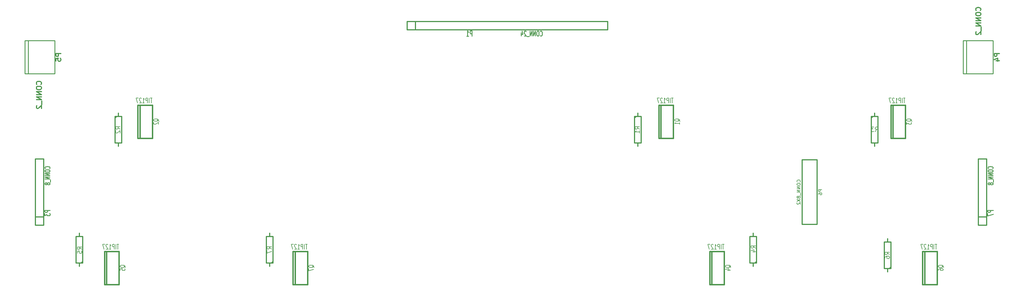
<source format=gbo>
G04 (created by PCBNEW (2013-07-07 BZR 4022)-stable) date 12/25/2014 10:33:01 AM*
%MOIN*%
G04 Gerber Fmt 3.4, Leading zero omitted, Abs format*
%FSLAX34Y34*%
G01*
G70*
G90*
G04 APERTURE LIST*
%ADD10C,0.00590551*%
%ADD11C,0.012*%
%ADD12C,0.01*%
%ADD13C,0.015*%
%ADD14C,0.0107*%
%ADD15C,0.008*%
G04 APERTURE END LIST*
G54D10*
G54D11*
X26444Y-51094D02*
X26444Y-43094D01*
X26444Y-43094D02*
X25444Y-43094D01*
X25444Y-43094D02*
X25444Y-51094D01*
X25444Y-51094D02*
X26444Y-51094D01*
X25444Y-50094D02*
X26444Y-50094D01*
X70238Y-26498D02*
X70238Y-27498D01*
X70238Y-27498D02*
X94379Y-27498D01*
X94411Y-27498D02*
X94411Y-26498D01*
X94379Y-26498D02*
X70238Y-26498D01*
X71238Y-27498D02*
X71238Y-26498D01*
X98031Y-37566D02*
X98031Y-37966D01*
X98031Y-37966D02*
X97631Y-37966D01*
X97631Y-37966D02*
X97631Y-41166D01*
X97631Y-41166D02*
X98431Y-41166D01*
X98431Y-41166D02*
X98431Y-37966D01*
X98431Y-37966D02*
X98031Y-37966D01*
X97831Y-37966D02*
X97631Y-38166D01*
X98031Y-41566D02*
X98031Y-41166D01*
X35433Y-37566D02*
X35433Y-37966D01*
X35433Y-37966D02*
X35033Y-37966D01*
X35033Y-37966D02*
X35033Y-41166D01*
X35033Y-41166D02*
X35833Y-41166D01*
X35833Y-41166D02*
X35833Y-37966D01*
X35833Y-37966D02*
X35433Y-37966D01*
X35233Y-37966D02*
X35033Y-38166D01*
X35433Y-41566D02*
X35433Y-41166D01*
X126574Y-37566D02*
X126574Y-37966D01*
X126574Y-37966D02*
X126174Y-37966D01*
X126174Y-37966D02*
X126174Y-41166D01*
X126174Y-41166D02*
X126974Y-41166D01*
X126974Y-41166D02*
X126974Y-37966D01*
X126974Y-37966D02*
X126574Y-37966D01*
X126374Y-37966D02*
X126174Y-38166D01*
X126574Y-41566D02*
X126574Y-41166D01*
X111948Y-56059D02*
X111948Y-55659D01*
X111948Y-55659D02*
X112348Y-55659D01*
X112348Y-55659D02*
X112348Y-52459D01*
X112348Y-52459D02*
X111548Y-52459D01*
X111548Y-52459D02*
X111548Y-55659D01*
X111548Y-55659D02*
X111948Y-55659D01*
X112148Y-55659D02*
X112348Y-55459D01*
X111948Y-52059D02*
X111948Y-52459D01*
X30751Y-56059D02*
X30751Y-55659D01*
X30751Y-55659D02*
X31151Y-55659D01*
X31151Y-55659D02*
X31151Y-52459D01*
X31151Y-52459D02*
X30351Y-52459D01*
X30351Y-52459D02*
X30351Y-55659D01*
X30351Y-55659D02*
X30751Y-55659D01*
X30951Y-55659D02*
X31151Y-55459D01*
X30751Y-52059D02*
X30751Y-52459D01*
X128149Y-56724D02*
X128149Y-56324D01*
X128149Y-56324D02*
X128549Y-56324D01*
X128549Y-56324D02*
X128549Y-53124D01*
X128549Y-53124D02*
X127749Y-53124D01*
X127749Y-53124D02*
X127749Y-56324D01*
X127749Y-56324D02*
X128149Y-56324D01*
X128349Y-56324D02*
X128549Y-56124D01*
X128149Y-52724D02*
X128149Y-53124D01*
X53681Y-56059D02*
X53681Y-55659D01*
X53681Y-55659D02*
X54081Y-55659D01*
X54081Y-55659D02*
X54081Y-52459D01*
X54081Y-52459D02*
X53281Y-52459D01*
X53281Y-52459D02*
X53281Y-55659D01*
X53281Y-55659D02*
X53681Y-55659D01*
X53881Y-55659D02*
X54081Y-55459D01*
X53681Y-52059D02*
X53681Y-52459D01*
X140086Y-51094D02*
X140086Y-43094D01*
X140086Y-43094D02*
X139086Y-43094D01*
X139086Y-43094D02*
X139086Y-51094D01*
X139086Y-51094D02*
X140086Y-51094D01*
X139086Y-50094D02*
X140086Y-50094D01*
X117851Y-50998D02*
X119651Y-50998D01*
X119651Y-50998D02*
X119651Y-43198D01*
X119651Y-43198D02*
X117851Y-43198D01*
X117851Y-43198D02*
X117851Y-50998D01*
G54D12*
X140555Y-28807D02*
X140855Y-28807D01*
X140855Y-28807D02*
X140855Y-32807D01*
X140855Y-32807D02*
X140555Y-32807D01*
X137255Y-28807D02*
X137255Y-32807D01*
X137255Y-32807D02*
X137655Y-32807D01*
X137655Y-32807D02*
X137655Y-28807D01*
X137655Y-28807D02*
X137255Y-28807D01*
X137555Y-28807D02*
X140555Y-28807D01*
X140555Y-32807D02*
X137555Y-32807D01*
X27464Y-28807D02*
X27764Y-28807D01*
X27764Y-28807D02*
X27764Y-32807D01*
X27764Y-32807D02*
X27464Y-32807D01*
X24164Y-28807D02*
X24164Y-32807D01*
X24164Y-32807D02*
X24564Y-32807D01*
X24564Y-32807D02*
X24564Y-28807D01*
X24564Y-28807D02*
X24164Y-28807D01*
X24464Y-28807D02*
X27464Y-28807D01*
X27464Y-32807D02*
X24464Y-32807D01*
G54D13*
X100824Y-36582D02*
X100574Y-36582D01*
X100574Y-36582D02*
X100574Y-40582D01*
X100574Y-40582D02*
X100824Y-40582D01*
X102324Y-36582D02*
X100824Y-36582D01*
X100824Y-36582D02*
X100824Y-40582D01*
X100824Y-40582D02*
X102324Y-40582D01*
X102324Y-40582D02*
X102324Y-36582D01*
X128777Y-36582D02*
X128527Y-36582D01*
X128527Y-36582D02*
X128527Y-40582D01*
X128527Y-40582D02*
X128777Y-40582D01*
X130277Y-36582D02*
X128777Y-36582D01*
X128777Y-36582D02*
X128777Y-40582D01*
X128777Y-40582D02*
X130277Y-40582D01*
X130277Y-40582D02*
X130277Y-36582D01*
X38029Y-36582D02*
X37779Y-36582D01*
X37779Y-36582D02*
X37779Y-40582D01*
X37779Y-40582D02*
X38029Y-40582D01*
X39529Y-36582D02*
X38029Y-36582D01*
X38029Y-36582D02*
X38029Y-40582D01*
X38029Y-40582D02*
X39529Y-40582D01*
X39529Y-40582D02*
X39529Y-36582D01*
X106949Y-54244D02*
X106699Y-54244D01*
X106699Y-54244D02*
X106699Y-58244D01*
X106699Y-58244D02*
X106949Y-58244D01*
X108449Y-54244D02*
X106949Y-54244D01*
X106949Y-54244D02*
X106949Y-58244D01*
X106949Y-58244D02*
X108449Y-58244D01*
X108449Y-58244D02*
X108449Y-54244D01*
X34009Y-54244D02*
X33759Y-54244D01*
X33759Y-54244D02*
X33759Y-58244D01*
X33759Y-58244D02*
X34009Y-58244D01*
X35509Y-54244D02*
X34009Y-54244D01*
X34009Y-54244D02*
X34009Y-58244D01*
X34009Y-58244D02*
X35509Y-58244D01*
X35509Y-58244D02*
X35509Y-54244D01*
X132600Y-54244D02*
X132350Y-54244D01*
X132350Y-54244D02*
X132350Y-58244D01*
X132350Y-58244D02*
X132600Y-58244D01*
X134100Y-54244D02*
X132600Y-54244D01*
X132600Y-54244D02*
X132600Y-58244D01*
X132600Y-58244D02*
X134100Y-58244D01*
X134100Y-58244D02*
X134100Y-54244D01*
X56730Y-54244D02*
X56480Y-54244D01*
X56480Y-54244D02*
X56480Y-58244D01*
X56480Y-58244D02*
X56730Y-58244D01*
X58230Y-54244D02*
X56730Y-54244D01*
X56730Y-54244D02*
X56730Y-58244D01*
X56730Y-58244D02*
X58230Y-58244D01*
X58230Y-58244D02*
X58230Y-54244D01*
G54D14*
X27220Y-49278D02*
X26539Y-49278D01*
X26539Y-49441D01*
X26571Y-49482D01*
X26604Y-49502D01*
X26669Y-49523D01*
X26766Y-49523D01*
X26831Y-49502D01*
X26863Y-49482D01*
X26896Y-49441D01*
X26896Y-49278D01*
X26539Y-49665D02*
X26539Y-49930D01*
X26798Y-49788D01*
X26798Y-49849D01*
X26831Y-49890D01*
X26863Y-49910D01*
X26928Y-49930D01*
X27090Y-49930D01*
X27155Y-49910D01*
X27188Y-49890D01*
X27220Y-49849D01*
X27220Y-49726D01*
X27188Y-49686D01*
X27155Y-49665D01*
G54D11*
G54D12*
X27130Y-44246D02*
X27159Y-44227D01*
X27187Y-44170D01*
X27187Y-44132D01*
X27159Y-44075D01*
X27102Y-44037D01*
X27044Y-44018D01*
X26930Y-43999D01*
X26844Y-43999D01*
X26730Y-44018D01*
X26673Y-44037D01*
X26616Y-44075D01*
X26587Y-44132D01*
X26587Y-44170D01*
X26616Y-44227D01*
X26644Y-44246D01*
X26587Y-44494D02*
X26587Y-44570D01*
X26616Y-44608D01*
X26673Y-44646D01*
X26787Y-44665D01*
X26987Y-44665D01*
X27102Y-44646D01*
X27159Y-44608D01*
X27187Y-44570D01*
X27187Y-44494D01*
X27159Y-44456D01*
X27102Y-44418D01*
X26987Y-44399D01*
X26787Y-44399D01*
X26673Y-44418D01*
X26616Y-44456D01*
X26587Y-44494D01*
X27187Y-44837D02*
X26587Y-44837D01*
X27187Y-45065D01*
X26587Y-45065D01*
X27187Y-45256D02*
X26587Y-45256D01*
X27187Y-45484D01*
X26587Y-45484D01*
X27244Y-45580D02*
X27244Y-45884D01*
X26844Y-46037D02*
X26816Y-45999D01*
X26787Y-45980D01*
X26730Y-45961D01*
X26702Y-45961D01*
X26644Y-45980D01*
X26616Y-45999D01*
X26587Y-46037D01*
X26587Y-46113D01*
X26616Y-46151D01*
X26644Y-46170D01*
X26702Y-46189D01*
X26730Y-46189D01*
X26787Y-46170D01*
X26816Y-46151D01*
X26844Y-46113D01*
X26844Y-46037D01*
X26873Y-45999D01*
X26902Y-45980D01*
X26959Y-45961D01*
X27073Y-45961D01*
X27130Y-45980D01*
X27159Y-45999D01*
X27187Y-46037D01*
X27187Y-46113D01*
X27159Y-46151D01*
X27130Y-46170D01*
X27073Y-46189D01*
X26959Y-46189D01*
X26902Y-46170D01*
X26873Y-46151D01*
X26844Y-46113D01*
G54D11*
G54D14*
X78054Y-28273D02*
X78054Y-27592D01*
X77891Y-27592D01*
X77850Y-27625D01*
X77829Y-27657D01*
X77809Y-27722D01*
X77809Y-27819D01*
X77829Y-27884D01*
X77850Y-27916D01*
X77891Y-27949D01*
X78054Y-27949D01*
X77401Y-28273D02*
X77646Y-28273D01*
X77524Y-28273D02*
X77524Y-27592D01*
X77564Y-27689D01*
X77605Y-27754D01*
X77646Y-27787D01*
G54D12*
X86276Y-28183D02*
X86295Y-28212D01*
X86352Y-28240D01*
X86390Y-28240D01*
X86447Y-28212D01*
X86485Y-28155D01*
X86504Y-28098D01*
X86523Y-27983D01*
X86523Y-27898D01*
X86504Y-27783D01*
X86485Y-27726D01*
X86447Y-27669D01*
X86390Y-27640D01*
X86352Y-27640D01*
X86295Y-27669D01*
X86276Y-27698D01*
X86028Y-27640D02*
X85952Y-27640D01*
X85914Y-27669D01*
X85876Y-27726D01*
X85857Y-27840D01*
X85857Y-28040D01*
X85876Y-28155D01*
X85914Y-28212D01*
X85952Y-28240D01*
X86028Y-28240D01*
X86066Y-28212D01*
X86104Y-28155D01*
X86123Y-28040D01*
X86123Y-27840D01*
X86104Y-27726D01*
X86066Y-27669D01*
X86028Y-27640D01*
X85685Y-28240D02*
X85685Y-27640D01*
X85457Y-28240D01*
X85457Y-27640D01*
X85266Y-28240D02*
X85266Y-27640D01*
X85038Y-28240D01*
X85038Y-27640D01*
X84942Y-28298D02*
X84638Y-28298D01*
X84561Y-27698D02*
X84542Y-27669D01*
X84504Y-27640D01*
X84409Y-27640D01*
X84371Y-27669D01*
X84352Y-27698D01*
X84333Y-27755D01*
X84333Y-27812D01*
X84352Y-27898D01*
X84581Y-28240D01*
X84333Y-28240D01*
X83990Y-27840D02*
X83990Y-28240D01*
X84085Y-27612D02*
X84181Y-28040D01*
X83933Y-28040D01*
G54D11*
G54D15*
X98254Y-39483D02*
X97992Y-39316D01*
X98254Y-39197D02*
X97704Y-39197D01*
X97704Y-39388D01*
X97730Y-39435D01*
X97756Y-39459D01*
X97808Y-39483D01*
X97887Y-39483D01*
X97939Y-39459D01*
X97966Y-39435D01*
X97992Y-39388D01*
X97992Y-39197D01*
X98254Y-39959D02*
X98254Y-39674D01*
X98254Y-39816D02*
X97704Y-39816D01*
X97782Y-39769D01*
X97835Y-39721D01*
X97861Y-39674D01*
X35655Y-39483D02*
X35393Y-39316D01*
X35655Y-39197D02*
X35105Y-39197D01*
X35105Y-39388D01*
X35131Y-39435D01*
X35158Y-39459D01*
X35210Y-39483D01*
X35289Y-39483D01*
X35341Y-39459D01*
X35367Y-39435D01*
X35393Y-39388D01*
X35393Y-39197D01*
X35158Y-39674D02*
X35131Y-39697D01*
X35105Y-39745D01*
X35105Y-39864D01*
X35131Y-39912D01*
X35158Y-39935D01*
X35210Y-39959D01*
X35262Y-39959D01*
X35341Y-39935D01*
X35655Y-39650D01*
X35655Y-39959D01*
X126658Y-39789D02*
X126824Y-39527D01*
X126943Y-39789D02*
X126943Y-39239D01*
X126753Y-39239D01*
X126705Y-39265D01*
X126681Y-39291D01*
X126658Y-39344D01*
X126658Y-39422D01*
X126681Y-39475D01*
X126705Y-39501D01*
X126753Y-39527D01*
X126943Y-39527D01*
X126491Y-39239D02*
X126181Y-39239D01*
X126348Y-39449D01*
X126277Y-39449D01*
X126229Y-39475D01*
X126205Y-39501D01*
X126181Y-39553D01*
X126181Y-39684D01*
X126205Y-39737D01*
X126229Y-39763D01*
X126277Y-39789D01*
X126420Y-39789D01*
X126467Y-39763D01*
X126491Y-39737D01*
X112238Y-53865D02*
X111976Y-53698D01*
X112238Y-53579D02*
X111688Y-53579D01*
X111688Y-53770D01*
X111714Y-53817D01*
X111740Y-53841D01*
X111793Y-53865D01*
X111871Y-53865D01*
X111924Y-53841D01*
X111950Y-53817D01*
X111976Y-53770D01*
X111976Y-53579D01*
X111871Y-54294D02*
X112238Y-54294D01*
X111662Y-54175D02*
X112055Y-54055D01*
X112055Y-54365D01*
X31043Y-54005D02*
X30781Y-53838D01*
X31043Y-53719D02*
X30493Y-53719D01*
X30493Y-53910D01*
X30519Y-53957D01*
X30545Y-53981D01*
X30598Y-54005D01*
X30676Y-54005D01*
X30729Y-53981D01*
X30755Y-53957D01*
X30781Y-53910D01*
X30781Y-53719D01*
X30493Y-54457D02*
X30493Y-54219D01*
X30755Y-54195D01*
X30729Y-54219D01*
X30703Y-54267D01*
X30703Y-54386D01*
X30729Y-54433D01*
X30755Y-54457D01*
X30807Y-54481D01*
X30938Y-54481D01*
X30991Y-54457D01*
X31017Y-54433D01*
X31043Y-54386D01*
X31043Y-54267D01*
X31017Y-54219D01*
X30991Y-54195D01*
X128372Y-54641D02*
X128110Y-54474D01*
X128372Y-54355D02*
X127822Y-54355D01*
X127822Y-54545D01*
X127848Y-54593D01*
X127874Y-54617D01*
X127926Y-54641D01*
X128005Y-54641D01*
X128057Y-54617D01*
X128084Y-54593D01*
X128110Y-54545D01*
X128110Y-54355D01*
X127822Y-55069D02*
X127822Y-54974D01*
X127848Y-54926D01*
X127874Y-54902D01*
X127953Y-54855D01*
X128057Y-54831D01*
X128267Y-54831D01*
X128319Y-54855D01*
X128346Y-54879D01*
X128372Y-54926D01*
X128372Y-55022D01*
X128346Y-55069D01*
X128319Y-55093D01*
X128267Y-55117D01*
X128136Y-55117D01*
X128084Y-55093D01*
X128057Y-55069D01*
X128031Y-55022D01*
X128031Y-54926D01*
X128057Y-54879D01*
X128084Y-54855D01*
X128136Y-54831D01*
X53903Y-53975D02*
X53641Y-53809D01*
X53903Y-53690D02*
X53353Y-53690D01*
X53353Y-53880D01*
X53379Y-53928D01*
X53406Y-53951D01*
X53458Y-53975D01*
X53537Y-53975D01*
X53589Y-53951D01*
X53615Y-53928D01*
X53641Y-53880D01*
X53641Y-53690D01*
X53353Y-54142D02*
X53353Y-54475D01*
X53903Y-54261D01*
G54D14*
X140862Y-49278D02*
X140181Y-49278D01*
X140181Y-49441D01*
X140213Y-49482D01*
X140246Y-49502D01*
X140310Y-49523D01*
X140408Y-49523D01*
X140473Y-49502D01*
X140505Y-49482D01*
X140537Y-49441D01*
X140537Y-49278D01*
X140181Y-49665D02*
X140181Y-49951D01*
X140862Y-49767D01*
G54D11*
G54D12*
X140772Y-44246D02*
X140800Y-44227D01*
X140829Y-44170D01*
X140829Y-44132D01*
X140800Y-44075D01*
X140743Y-44037D01*
X140686Y-44018D01*
X140572Y-43999D01*
X140486Y-43999D01*
X140372Y-44018D01*
X140315Y-44037D01*
X140258Y-44075D01*
X140229Y-44132D01*
X140229Y-44170D01*
X140258Y-44227D01*
X140286Y-44246D01*
X140229Y-44494D02*
X140229Y-44570D01*
X140258Y-44608D01*
X140315Y-44646D01*
X140429Y-44665D01*
X140629Y-44665D01*
X140743Y-44646D01*
X140800Y-44608D01*
X140829Y-44570D01*
X140829Y-44494D01*
X140800Y-44456D01*
X140743Y-44418D01*
X140629Y-44399D01*
X140429Y-44399D01*
X140315Y-44418D01*
X140258Y-44456D01*
X140229Y-44494D01*
X140829Y-44837D02*
X140229Y-44837D01*
X140829Y-45065D01*
X140229Y-45065D01*
X140829Y-45256D02*
X140229Y-45256D01*
X140829Y-45484D01*
X140229Y-45484D01*
X140886Y-45580D02*
X140886Y-45884D01*
X140486Y-46037D02*
X140458Y-45999D01*
X140429Y-45980D01*
X140372Y-45961D01*
X140343Y-45961D01*
X140286Y-45980D01*
X140258Y-45999D01*
X140229Y-46037D01*
X140229Y-46113D01*
X140258Y-46151D01*
X140286Y-46170D01*
X140343Y-46189D01*
X140372Y-46189D01*
X140429Y-46170D01*
X140458Y-46151D01*
X140486Y-46113D01*
X140486Y-46037D01*
X140515Y-45999D01*
X140543Y-45980D01*
X140600Y-45961D01*
X140715Y-45961D01*
X140772Y-45980D01*
X140800Y-45999D01*
X140829Y-46037D01*
X140829Y-46113D01*
X140800Y-46151D01*
X140772Y-46170D01*
X140715Y-46189D01*
X140600Y-46189D01*
X140543Y-46170D01*
X140515Y-46151D01*
X140486Y-46113D01*
G54D11*
G54D15*
X120213Y-46803D02*
X119813Y-46803D01*
X119813Y-46955D01*
X119832Y-46993D01*
X119851Y-47012D01*
X119890Y-47031D01*
X119947Y-47031D01*
X119985Y-47012D01*
X120004Y-46993D01*
X120023Y-46955D01*
X120023Y-46803D01*
X119813Y-47374D02*
X119813Y-47298D01*
X119832Y-47260D01*
X119851Y-47241D01*
X119909Y-47203D01*
X119985Y-47184D01*
X120137Y-47184D01*
X120175Y-47203D01*
X120194Y-47222D01*
X120213Y-47260D01*
X120213Y-47336D01*
X120194Y-47374D01*
X120175Y-47393D01*
X120137Y-47412D01*
X120042Y-47412D01*
X120004Y-47393D01*
X119985Y-47374D01*
X119966Y-47336D01*
X119966Y-47260D01*
X119985Y-47222D01*
X120004Y-47203D01*
X120042Y-47184D01*
X117575Y-45869D02*
X117594Y-45850D01*
X117613Y-45793D01*
X117613Y-45755D01*
X117594Y-45698D01*
X117556Y-45660D01*
X117518Y-45641D01*
X117442Y-45622D01*
X117385Y-45622D01*
X117309Y-45641D01*
X117271Y-45660D01*
X117232Y-45698D01*
X117213Y-45755D01*
X117213Y-45793D01*
X117232Y-45850D01*
X117251Y-45869D01*
X117213Y-46117D02*
X117213Y-46193D01*
X117232Y-46231D01*
X117271Y-46269D01*
X117347Y-46288D01*
X117480Y-46288D01*
X117556Y-46269D01*
X117594Y-46231D01*
X117613Y-46193D01*
X117613Y-46117D01*
X117594Y-46079D01*
X117556Y-46041D01*
X117480Y-46022D01*
X117347Y-46022D01*
X117271Y-46041D01*
X117232Y-46079D01*
X117213Y-46117D01*
X117613Y-46460D02*
X117213Y-46460D01*
X117613Y-46688D01*
X117213Y-46688D01*
X117613Y-46879D02*
X117213Y-46879D01*
X117613Y-47107D01*
X117213Y-47107D01*
X117651Y-47203D02*
X117651Y-47507D01*
X117385Y-47660D02*
X117366Y-47622D01*
X117347Y-47603D01*
X117309Y-47584D01*
X117290Y-47584D01*
X117251Y-47603D01*
X117232Y-47622D01*
X117213Y-47660D01*
X117213Y-47736D01*
X117232Y-47774D01*
X117251Y-47793D01*
X117290Y-47812D01*
X117309Y-47812D01*
X117347Y-47793D01*
X117366Y-47774D01*
X117385Y-47736D01*
X117385Y-47660D01*
X117404Y-47622D01*
X117423Y-47603D01*
X117461Y-47584D01*
X117537Y-47584D01*
X117575Y-47603D01*
X117594Y-47622D01*
X117613Y-47660D01*
X117613Y-47736D01*
X117594Y-47774D01*
X117575Y-47793D01*
X117537Y-47812D01*
X117461Y-47812D01*
X117423Y-47793D01*
X117404Y-47774D01*
X117385Y-47736D01*
X117213Y-47946D02*
X117613Y-48212D01*
X117213Y-48212D02*
X117613Y-47946D01*
X117251Y-48346D02*
X117232Y-48365D01*
X117213Y-48403D01*
X117213Y-48498D01*
X117232Y-48536D01*
X117251Y-48555D01*
X117290Y-48574D01*
X117328Y-48574D01*
X117385Y-48555D01*
X117613Y-48326D01*
X117613Y-48574D01*
G54D11*
X141597Y-30364D02*
X140997Y-30364D01*
X140997Y-30592D01*
X141026Y-30649D01*
X141055Y-30678D01*
X141112Y-30707D01*
X141197Y-30707D01*
X141255Y-30678D01*
X141283Y-30649D01*
X141312Y-30592D01*
X141312Y-30364D01*
X141197Y-31221D02*
X141597Y-31221D01*
X140969Y-31078D02*
X141397Y-30935D01*
X141397Y-31307D01*
X139303Y-25157D02*
X139332Y-25129D01*
X139360Y-25043D01*
X139360Y-24986D01*
X139332Y-24900D01*
X139275Y-24843D01*
X139218Y-24814D01*
X139103Y-24786D01*
X139018Y-24786D01*
X138903Y-24814D01*
X138846Y-24843D01*
X138789Y-24900D01*
X138760Y-24986D01*
X138760Y-25043D01*
X138789Y-25129D01*
X138818Y-25157D01*
X138760Y-25529D02*
X138760Y-25643D01*
X138789Y-25700D01*
X138846Y-25757D01*
X138960Y-25786D01*
X139160Y-25786D01*
X139275Y-25757D01*
X139332Y-25700D01*
X139360Y-25643D01*
X139360Y-25529D01*
X139332Y-25471D01*
X139275Y-25414D01*
X139160Y-25386D01*
X138960Y-25386D01*
X138846Y-25414D01*
X138789Y-25471D01*
X138760Y-25529D01*
X139360Y-26043D02*
X138760Y-26043D01*
X139360Y-26386D01*
X138760Y-26386D01*
X139360Y-26671D02*
X138760Y-26671D01*
X139360Y-27014D01*
X138760Y-27014D01*
X139418Y-27157D02*
X139418Y-27614D01*
X138818Y-27729D02*
X138789Y-27757D01*
X138760Y-27814D01*
X138760Y-27957D01*
X138789Y-28014D01*
X138818Y-28043D01*
X138875Y-28071D01*
X138932Y-28071D01*
X139018Y-28043D01*
X139360Y-27700D01*
X139360Y-28071D01*
X28507Y-30364D02*
X27907Y-30364D01*
X27907Y-30592D01*
X27935Y-30649D01*
X27964Y-30678D01*
X28021Y-30707D01*
X28107Y-30707D01*
X28164Y-30678D01*
X28193Y-30649D01*
X28221Y-30592D01*
X28221Y-30364D01*
X27907Y-31249D02*
X27907Y-30964D01*
X28193Y-30935D01*
X28164Y-30964D01*
X28135Y-31021D01*
X28135Y-31164D01*
X28164Y-31221D01*
X28193Y-31249D01*
X28250Y-31278D01*
X28393Y-31278D01*
X28450Y-31249D01*
X28478Y-31221D01*
X28507Y-31164D01*
X28507Y-31021D01*
X28478Y-30964D01*
X28450Y-30935D01*
X26103Y-34082D02*
X26131Y-34054D01*
X26160Y-33968D01*
X26160Y-33911D01*
X26131Y-33825D01*
X26074Y-33768D01*
X26017Y-33740D01*
X25903Y-33711D01*
X25817Y-33711D01*
X25703Y-33740D01*
X25645Y-33768D01*
X25588Y-33825D01*
X25560Y-33911D01*
X25560Y-33968D01*
X25588Y-34054D01*
X25617Y-34082D01*
X25560Y-34454D02*
X25560Y-34568D01*
X25588Y-34625D01*
X25645Y-34682D01*
X25760Y-34711D01*
X25960Y-34711D01*
X26074Y-34682D01*
X26131Y-34625D01*
X26160Y-34568D01*
X26160Y-34454D01*
X26131Y-34397D01*
X26074Y-34340D01*
X25960Y-34311D01*
X25760Y-34311D01*
X25645Y-34340D01*
X25588Y-34397D01*
X25560Y-34454D01*
X26160Y-34968D02*
X25560Y-34968D01*
X26160Y-35311D01*
X25560Y-35311D01*
X26160Y-35597D02*
X25560Y-35597D01*
X26160Y-35940D01*
X25560Y-35940D01*
X26217Y-36082D02*
X26217Y-36540D01*
X25617Y-36654D02*
X25588Y-36682D01*
X25560Y-36740D01*
X25560Y-36882D01*
X25588Y-36940D01*
X25617Y-36968D01*
X25674Y-36997D01*
X25731Y-36997D01*
X25817Y-36968D01*
X26160Y-36625D01*
X26160Y-36997D01*
G54D15*
X103124Y-38544D02*
X103096Y-38506D01*
X103039Y-38468D01*
X102953Y-38411D01*
X102924Y-38373D01*
X102924Y-38335D01*
X103067Y-38354D02*
X103039Y-38316D01*
X102981Y-38277D01*
X102867Y-38258D01*
X102667Y-38258D01*
X102553Y-38277D01*
X102496Y-38316D01*
X102467Y-38354D01*
X102467Y-38430D01*
X102496Y-38468D01*
X102553Y-38506D01*
X102667Y-38525D01*
X102867Y-38525D01*
X102981Y-38506D01*
X103039Y-38468D01*
X103067Y-38430D01*
X103067Y-38354D01*
X103067Y-38906D02*
X103067Y-38677D01*
X103067Y-38792D02*
X102467Y-38792D01*
X102553Y-38754D01*
X102610Y-38716D01*
X102639Y-38677D01*
X102305Y-35725D02*
X102077Y-35725D01*
X102191Y-36325D02*
X102191Y-35725D01*
X101943Y-36325D02*
X101943Y-35725D01*
X101753Y-36325D02*
X101753Y-35725D01*
X101600Y-35725D01*
X101562Y-35754D01*
X101543Y-35782D01*
X101524Y-35839D01*
X101524Y-35925D01*
X101543Y-35982D01*
X101562Y-36011D01*
X101600Y-36039D01*
X101753Y-36039D01*
X101143Y-36325D02*
X101372Y-36325D01*
X101258Y-36325D02*
X101258Y-35725D01*
X101296Y-35811D01*
X101334Y-35868D01*
X101372Y-35896D01*
X100991Y-35782D02*
X100972Y-35754D01*
X100934Y-35725D01*
X100839Y-35725D01*
X100800Y-35754D01*
X100781Y-35782D01*
X100762Y-35839D01*
X100762Y-35896D01*
X100781Y-35982D01*
X101010Y-36325D01*
X100762Y-36325D01*
X100629Y-35725D02*
X100362Y-35725D01*
X100534Y-36325D01*
X131077Y-38544D02*
X131048Y-38506D01*
X130991Y-38468D01*
X130906Y-38411D01*
X130877Y-38373D01*
X130877Y-38335D01*
X131020Y-38354D02*
X130991Y-38316D01*
X130934Y-38277D01*
X130820Y-38258D01*
X130620Y-38258D01*
X130506Y-38277D01*
X130448Y-38316D01*
X130420Y-38354D01*
X130420Y-38430D01*
X130448Y-38468D01*
X130506Y-38506D01*
X130620Y-38525D01*
X130820Y-38525D01*
X130934Y-38506D01*
X130991Y-38468D01*
X131020Y-38430D01*
X131020Y-38354D01*
X130420Y-38658D02*
X130420Y-38906D01*
X130648Y-38773D01*
X130648Y-38830D01*
X130677Y-38868D01*
X130706Y-38887D01*
X130763Y-38906D01*
X130906Y-38906D01*
X130963Y-38887D01*
X130991Y-38868D01*
X131020Y-38830D01*
X131020Y-38716D01*
X130991Y-38677D01*
X130963Y-38658D01*
X130258Y-35725D02*
X130029Y-35725D01*
X130144Y-36325D02*
X130144Y-35725D01*
X129896Y-36325D02*
X129896Y-35725D01*
X129706Y-36325D02*
X129706Y-35725D01*
X129553Y-35725D01*
X129515Y-35754D01*
X129496Y-35782D01*
X129477Y-35839D01*
X129477Y-35925D01*
X129496Y-35982D01*
X129515Y-36011D01*
X129553Y-36039D01*
X129706Y-36039D01*
X129096Y-36325D02*
X129325Y-36325D01*
X129210Y-36325D02*
X129210Y-35725D01*
X129248Y-35811D01*
X129287Y-35868D01*
X129325Y-35896D01*
X128944Y-35782D02*
X128925Y-35754D01*
X128887Y-35725D01*
X128791Y-35725D01*
X128753Y-35754D01*
X128734Y-35782D01*
X128715Y-35839D01*
X128715Y-35896D01*
X128734Y-35982D01*
X128963Y-36325D01*
X128715Y-36325D01*
X128582Y-35725D02*
X128315Y-35725D01*
X128487Y-36325D01*
X40329Y-38544D02*
X40300Y-38506D01*
X40243Y-38468D01*
X40158Y-38411D01*
X40129Y-38373D01*
X40129Y-38335D01*
X40272Y-38354D02*
X40243Y-38316D01*
X40186Y-38277D01*
X40072Y-38258D01*
X39872Y-38258D01*
X39758Y-38277D01*
X39700Y-38316D01*
X39672Y-38354D01*
X39672Y-38430D01*
X39700Y-38468D01*
X39758Y-38506D01*
X39872Y-38525D01*
X40072Y-38525D01*
X40186Y-38506D01*
X40243Y-38468D01*
X40272Y-38430D01*
X40272Y-38354D01*
X39729Y-38677D02*
X39700Y-38696D01*
X39672Y-38735D01*
X39672Y-38830D01*
X39700Y-38868D01*
X39729Y-38887D01*
X39786Y-38906D01*
X39843Y-38906D01*
X39929Y-38887D01*
X40272Y-38658D01*
X40272Y-38906D01*
X39510Y-35725D02*
X39281Y-35725D01*
X39396Y-36325D02*
X39396Y-35725D01*
X39148Y-36325D02*
X39148Y-35725D01*
X38958Y-36325D02*
X38958Y-35725D01*
X38805Y-35725D01*
X38767Y-35754D01*
X38748Y-35782D01*
X38729Y-35839D01*
X38729Y-35925D01*
X38748Y-35982D01*
X38767Y-36011D01*
X38805Y-36039D01*
X38958Y-36039D01*
X38348Y-36325D02*
X38577Y-36325D01*
X38462Y-36325D02*
X38462Y-35725D01*
X38500Y-35811D01*
X38539Y-35868D01*
X38577Y-35896D01*
X38196Y-35782D02*
X38177Y-35754D01*
X38139Y-35725D01*
X38043Y-35725D01*
X38005Y-35754D01*
X37986Y-35782D01*
X37967Y-35839D01*
X37967Y-35896D01*
X37986Y-35982D01*
X38215Y-36325D01*
X37967Y-36325D01*
X37834Y-35725D02*
X37567Y-35725D01*
X37739Y-36325D01*
X109249Y-56205D02*
X109220Y-56167D01*
X109163Y-56129D01*
X109077Y-56072D01*
X109049Y-56034D01*
X109049Y-55996D01*
X109192Y-56015D02*
X109163Y-55977D01*
X109106Y-55939D01*
X108992Y-55920D01*
X108792Y-55920D01*
X108677Y-55939D01*
X108620Y-55977D01*
X108592Y-56015D01*
X108592Y-56091D01*
X108620Y-56129D01*
X108677Y-56167D01*
X108792Y-56186D01*
X108992Y-56186D01*
X109106Y-56167D01*
X109163Y-56129D01*
X109192Y-56091D01*
X109192Y-56015D01*
X108792Y-56529D02*
X109192Y-56529D01*
X108563Y-56434D02*
X108992Y-56339D01*
X108992Y-56586D01*
X108430Y-53386D02*
X108201Y-53386D01*
X108315Y-53986D02*
X108315Y-53386D01*
X108068Y-53986D02*
X108068Y-53386D01*
X107877Y-53986D02*
X107877Y-53386D01*
X107725Y-53386D01*
X107687Y-53415D01*
X107668Y-53444D01*
X107649Y-53501D01*
X107649Y-53586D01*
X107668Y-53644D01*
X107687Y-53672D01*
X107725Y-53701D01*
X107877Y-53701D01*
X107268Y-53986D02*
X107496Y-53986D01*
X107382Y-53986D02*
X107382Y-53386D01*
X107420Y-53472D01*
X107458Y-53529D01*
X107496Y-53558D01*
X107115Y-53444D02*
X107096Y-53415D01*
X107058Y-53386D01*
X106963Y-53386D01*
X106925Y-53415D01*
X106906Y-53444D01*
X106887Y-53501D01*
X106887Y-53558D01*
X106906Y-53644D01*
X107134Y-53986D01*
X106887Y-53986D01*
X106753Y-53386D02*
X106487Y-53386D01*
X106658Y-53986D01*
X36309Y-56205D02*
X36281Y-56167D01*
X36224Y-56129D01*
X36138Y-56072D01*
X36109Y-56034D01*
X36109Y-55996D01*
X36252Y-56015D02*
X36224Y-55977D01*
X36166Y-55939D01*
X36052Y-55920D01*
X35852Y-55920D01*
X35738Y-55939D01*
X35681Y-55977D01*
X35652Y-56015D01*
X35652Y-56091D01*
X35681Y-56129D01*
X35738Y-56167D01*
X35852Y-56186D01*
X36052Y-56186D01*
X36166Y-56167D01*
X36224Y-56129D01*
X36252Y-56091D01*
X36252Y-56015D01*
X35652Y-56548D02*
X35652Y-56358D01*
X35938Y-56339D01*
X35909Y-56358D01*
X35881Y-56396D01*
X35881Y-56491D01*
X35909Y-56529D01*
X35938Y-56548D01*
X35995Y-56567D01*
X36138Y-56567D01*
X36195Y-56548D01*
X36224Y-56529D01*
X36252Y-56491D01*
X36252Y-56396D01*
X36224Y-56358D01*
X36195Y-56339D01*
X35490Y-53386D02*
X35262Y-53386D01*
X35376Y-53986D02*
X35376Y-53386D01*
X35128Y-53986D02*
X35128Y-53386D01*
X34938Y-53986D02*
X34938Y-53386D01*
X34786Y-53386D01*
X34747Y-53415D01*
X34728Y-53444D01*
X34709Y-53501D01*
X34709Y-53586D01*
X34728Y-53644D01*
X34747Y-53672D01*
X34786Y-53701D01*
X34938Y-53701D01*
X34328Y-53986D02*
X34557Y-53986D01*
X34443Y-53986D02*
X34443Y-53386D01*
X34481Y-53472D01*
X34519Y-53529D01*
X34557Y-53558D01*
X34176Y-53444D02*
X34157Y-53415D01*
X34119Y-53386D01*
X34024Y-53386D01*
X33986Y-53415D01*
X33966Y-53444D01*
X33947Y-53501D01*
X33947Y-53558D01*
X33966Y-53644D01*
X34195Y-53986D01*
X33947Y-53986D01*
X33814Y-53386D02*
X33547Y-53386D01*
X33719Y-53986D01*
X134900Y-56205D02*
X134871Y-56167D01*
X134814Y-56129D01*
X134728Y-56072D01*
X134700Y-56034D01*
X134700Y-55996D01*
X134843Y-56015D02*
X134814Y-55977D01*
X134757Y-55939D01*
X134643Y-55920D01*
X134443Y-55920D01*
X134328Y-55939D01*
X134271Y-55977D01*
X134243Y-56015D01*
X134243Y-56091D01*
X134271Y-56129D01*
X134328Y-56167D01*
X134443Y-56186D01*
X134643Y-56186D01*
X134757Y-56167D01*
X134814Y-56129D01*
X134843Y-56091D01*
X134843Y-56015D01*
X134243Y-56529D02*
X134243Y-56453D01*
X134271Y-56415D01*
X134300Y-56396D01*
X134386Y-56358D01*
X134500Y-56339D01*
X134728Y-56339D01*
X134786Y-56358D01*
X134814Y-56377D01*
X134843Y-56415D01*
X134843Y-56491D01*
X134814Y-56529D01*
X134786Y-56548D01*
X134728Y-56567D01*
X134586Y-56567D01*
X134528Y-56548D01*
X134500Y-56529D01*
X134471Y-56491D01*
X134471Y-56415D01*
X134500Y-56377D01*
X134528Y-56358D01*
X134586Y-56339D01*
X134081Y-53386D02*
X133852Y-53386D01*
X133967Y-53986D02*
X133967Y-53386D01*
X133719Y-53986D02*
X133719Y-53386D01*
X133528Y-53986D02*
X133528Y-53386D01*
X133376Y-53386D01*
X133338Y-53415D01*
X133319Y-53444D01*
X133300Y-53501D01*
X133300Y-53586D01*
X133319Y-53644D01*
X133338Y-53672D01*
X133376Y-53701D01*
X133528Y-53701D01*
X132919Y-53986D02*
X133148Y-53986D01*
X133033Y-53986D02*
X133033Y-53386D01*
X133071Y-53472D01*
X133109Y-53529D01*
X133148Y-53558D01*
X132767Y-53444D02*
X132748Y-53415D01*
X132709Y-53386D01*
X132614Y-53386D01*
X132576Y-53415D01*
X132557Y-53444D01*
X132538Y-53501D01*
X132538Y-53558D01*
X132557Y-53644D01*
X132786Y-53986D01*
X132538Y-53986D01*
X132405Y-53386D02*
X132138Y-53386D01*
X132309Y-53986D01*
X59030Y-56205D02*
X59001Y-56167D01*
X58944Y-56129D01*
X58858Y-56072D01*
X58830Y-56034D01*
X58830Y-55996D01*
X58973Y-56015D02*
X58944Y-55977D01*
X58887Y-55939D01*
X58773Y-55920D01*
X58573Y-55920D01*
X58458Y-55939D01*
X58401Y-55977D01*
X58373Y-56015D01*
X58373Y-56091D01*
X58401Y-56129D01*
X58458Y-56167D01*
X58573Y-56186D01*
X58773Y-56186D01*
X58887Y-56167D01*
X58944Y-56129D01*
X58973Y-56091D01*
X58973Y-56015D01*
X58373Y-56320D02*
X58373Y-56586D01*
X58973Y-56415D01*
X58211Y-53386D02*
X57982Y-53386D01*
X58096Y-53986D02*
X58096Y-53386D01*
X57849Y-53986D02*
X57849Y-53386D01*
X57658Y-53986D02*
X57658Y-53386D01*
X57506Y-53386D01*
X57468Y-53415D01*
X57449Y-53444D01*
X57430Y-53501D01*
X57430Y-53586D01*
X57449Y-53644D01*
X57468Y-53672D01*
X57506Y-53701D01*
X57658Y-53701D01*
X57049Y-53986D02*
X57277Y-53986D01*
X57163Y-53986D02*
X57163Y-53386D01*
X57201Y-53472D01*
X57239Y-53529D01*
X57277Y-53558D01*
X56896Y-53444D02*
X56877Y-53415D01*
X56839Y-53386D01*
X56744Y-53386D01*
X56706Y-53415D01*
X56687Y-53444D01*
X56668Y-53501D01*
X56668Y-53558D01*
X56687Y-53644D01*
X56916Y-53986D01*
X56668Y-53986D01*
X56535Y-53386D02*
X56268Y-53386D01*
X56439Y-53986D01*
M02*

</source>
